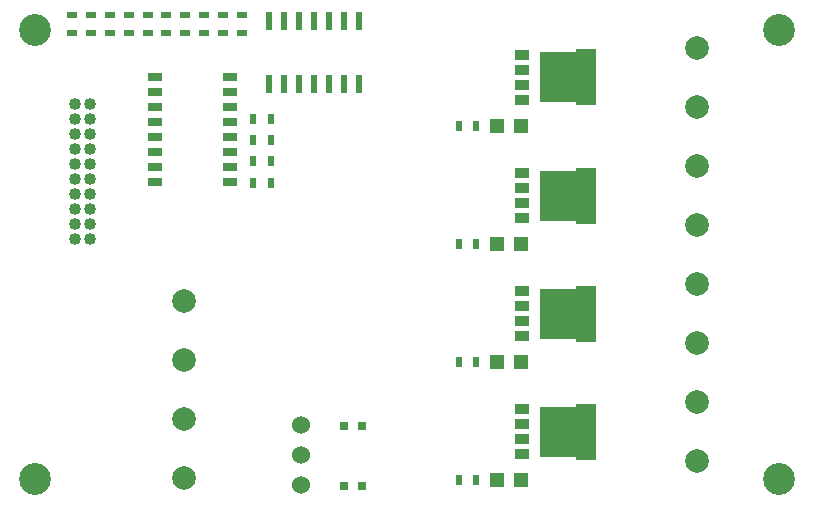
<source format=gbr>
G04 #@! TF.FileFunction,Soldermask,Top*
%FSLAX46Y46*%
G04 Gerber Fmt 4.6, Leading zero omitted, Abs format (unit mm)*
G04 Created by KiCad (PCBNEW 4.0.2+e4-6225~38~ubuntu14.04.1-stable) date Fri 29 Jul 2016 12:50:15 AM PDT*
%MOMM*%
G01*
G04 APERTURE LIST*
%ADD10C,0.100000*%
%ADD11R,0.900000X0.500000*%
%ADD12R,1.300000X0.850000*%
%ADD13R,1.700000X4.850000*%
%ADD14R,3.450000X4.350000*%
%ADD15C,2.000000*%
%ADD16R,0.500000X0.900000*%
%ADD17C,1.524000*%
%ADD18R,1.200000X0.800000*%
%ADD19C,1.016000*%
%ADD20R,0.800000X0.750000*%
%ADD21R,0.600000X1.500000*%
%ADD22R,1.198880X1.198880*%
%ADD23C,2.700000*%
G04 APERTURE END LIST*
D10*
D11*
X109100000Y-69750000D03*
X109100000Y-71250000D03*
X110700000Y-69750000D03*
X110700000Y-71250000D03*
X112300000Y-69750000D03*
X112300000Y-71250000D03*
X113900000Y-69750000D03*
X113900000Y-71250000D03*
X115500000Y-69750000D03*
X115500000Y-71250000D03*
X117100000Y-69750000D03*
X117100000Y-71250000D03*
D12*
X147175000Y-74365000D03*
X147175000Y-73095000D03*
X147175000Y-75635000D03*
D13*
X152650000Y-75000000D03*
D14*
X150450000Y-75000000D03*
D12*
X147175000Y-76905000D03*
X147175000Y-84365000D03*
X147175000Y-83095000D03*
X147175000Y-85635000D03*
D13*
X152650000Y-85000000D03*
D14*
X150450000Y-85000000D03*
D12*
X147175000Y-86905000D03*
X147175000Y-94365000D03*
X147175000Y-93095000D03*
X147175000Y-95635000D03*
D13*
X152650000Y-95000000D03*
D14*
X150450000Y-95000000D03*
D12*
X147175000Y-96905000D03*
X147175000Y-104365000D03*
X147175000Y-103095000D03*
X147175000Y-105635000D03*
D13*
X152650000Y-105000000D03*
D14*
X150450000Y-105000000D03*
D12*
X147175000Y-106905000D03*
D15*
X162000000Y-107500000D03*
X162000000Y-102500000D03*
X162000000Y-72500000D03*
X162000000Y-77500000D03*
X162000000Y-97500000D03*
X162000000Y-92500000D03*
X162000000Y-87500000D03*
X162000000Y-82500000D03*
D11*
X123500000Y-71250000D03*
X123500000Y-69750000D03*
X121900000Y-71250000D03*
X121900000Y-69750000D03*
X120300000Y-71250000D03*
X120300000Y-69750000D03*
X118700000Y-71250000D03*
X118700000Y-69750000D03*
D16*
X124450000Y-83900000D03*
X125950000Y-83900000D03*
X124450000Y-82100000D03*
X125950000Y-82100000D03*
X124450000Y-80300000D03*
X125950000Y-80300000D03*
X124450000Y-78500000D03*
X125950000Y-78500000D03*
D17*
X128500000Y-107000000D03*
X128500000Y-109540000D03*
X128500000Y-104460000D03*
D18*
X116150000Y-74955000D03*
X116150000Y-76225000D03*
X116150000Y-77495000D03*
X116150000Y-78765000D03*
X116150000Y-80035000D03*
X116150000Y-81305000D03*
X116150000Y-82575000D03*
X116150000Y-83845000D03*
X122450000Y-83845000D03*
X122450000Y-82575000D03*
X122450000Y-81305000D03*
X122450000Y-80035000D03*
X122450000Y-78765000D03*
X122450000Y-77495000D03*
X122450000Y-76225000D03*
X122450000Y-74955000D03*
D15*
X118600000Y-93900000D03*
X118600000Y-98900000D03*
X118600000Y-103900000D03*
X118600000Y-108900000D03*
D19*
X109365000Y-77285000D03*
X110635000Y-77285000D03*
X109365000Y-88715000D03*
X109365000Y-78555000D03*
X110635000Y-78555000D03*
X109365000Y-79825000D03*
X110635000Y-79825000D03*
X109365000Y-81095000D03*
X110635000Y-81095000D03*
X109365000Y-82365000D03*
X110635000Y-82365000D03*
X109365000Y-83635000D03*
X110635000Y-83635000D03*
X109365000Y-84905000D03*
X110635000Y-84905000D03*
X109365000Y-86175000D03*
X110635000Y-86175000D03*
X109365000Y-87445000D03*
X110635000Y-87445000D03*
X110635000Y-88715000D03*
D20*
X132150000Y-109600000D03*
X133650000Y-109600000D03*
X132150000Y-104500000D03*
X133650000Y-104500000D03*
D21*
X125790000Y-75600000D03*
X127060000Y-75600000D03*
X128330000Y-75600000D03*
X129600000Y-75600000D03*
X130870000Y-75600000D03*
X132140000Y-75600000D03*
X133410000Y-75600000D03*
X133410000Y-70200000D03*
X132140000Y-70200000D03*
X130870000Y-70200000D03*
X129600000Y-70200000D03*
X128330000Y-70200000D03*
X127060000Y-70200000D03*
X125790000Y-70200000D03*
D22*
X147149020Y-79100000D03*
X145050980Y-79100000D03*
X147149020Y-89100000D03*
X145050980Y-89100000D03*
X147149020Y-99100000D03*
X145050980Y-99100000D03*
X147149020Y-109100000D03*
X145050980Y-109100000D03*
D16*
X143350000Y-79100000D03*
X141850000Y-79100000D03*
X143350000Y-89100000D03*
X141850000Y-89100000D03*
X143350000Y-99100000D03*
X141850000Y-99100000D03*
X143350000Y-109100000D03*
X141850000Y-109100000D03*
D23*
X169000000Y-109000000D03*
X169000000Y-71000000D03*
X106000000Y-71000000D03*
X106000000Y-109000000D03*
M02*

</source>
